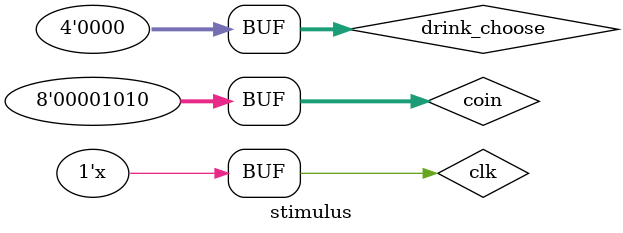
<source format=v>
module stimulus;
  
reg clk, rst, declare;
reg [7:0] coin;
reg [3:0] drink_choose;

vending_machine Machine1(clk, rst, coin, drink_choose);

initial clk = 1'b0;
initial drink_choose = 0;

always #10 clk = ~clk;


initial
begin

#10 coin = 10;

end


endmodule
</source>
